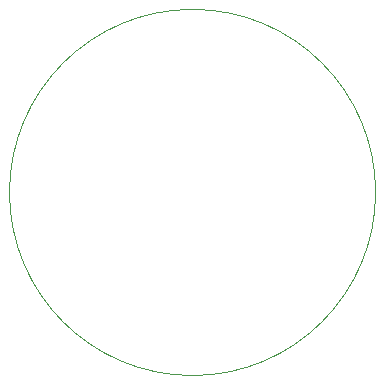
<source format=gbr>
%TF.GenerationSoftware,KiCad,Pcbnew,9.0.2*%
%TF.CreationDate,2025-07-12T02:23:40+02:00*%
%TF.ProjectId,Clock1.2,436c6f63-6b31-42e3-922e-6b696361645f,rev?*%
%TF.SameCoordinates,Original*%
%TF.FileFunction,Profile,NP*%
%FSLAX46Y46*%
G04 Gerber Fmt 4.6, Leading zero omitted, Abs format (unit mm)*
G04 Created by KiCad (PCBNEW 9.0.2) date 2025-07-12 02:23:40*
%MOMM*%
%LPD*%
G01*
G04 APERTURE LIST*
%TA.AperFunction,Profile*%
%ADD10C,0.050000*%
%TD*%
G04 APERTURE END LIST*
D10*
X115500000Y-100000000D02*
G75*
G02*
X84500000Y-100000000I-15500000J0D01*
G01*
X84500000Y-100000000D02*
G75*
G02*
X115500000Y-100000000I15500000J0D01*
G01*
M02*

</source>
